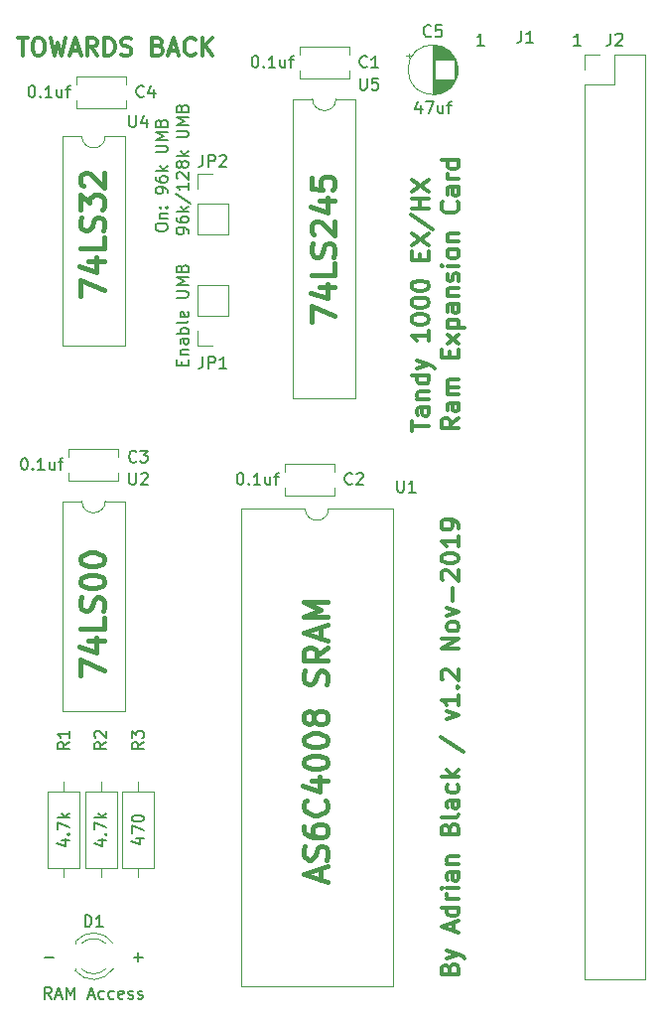
<source format=gto>
G04 #@! TF.GenerationSoftware,KiCad,Pcbnew,(5.1.4)-1*
G04 #@! TF.CreationDate,2019-11-03T13:42:45-08:00*
G04 #@! TF.ProjectId,Tandy 1000 EX Memory Card,54616e64-7920-4313-9030-30204558204d,rev?*
G04 #@! TF.SameCoordinates,Original*
G04 #@! TF.FileFunction,Legend,Top*
G04 #@! TF.FilePolarity,Positive*
%FSLAX46Y46*%
G04 Gerber Fmt 4.6, Leading zero omitted, Abs format (unit mm)*
G04 Created by KiCad (PCBNEW (5.1.4)-1) date 2019-11-03 13:42:45*
%MOMM*%
%LPD*%
G04 APERTURE LIST*
%ADD10C,0.150000*%
%ADD11C,0.400000*%
%ADD12C,0.300000*%
%ADD13C,0.120000*%
G04 APERTURE END LIST*
D10*
X128484380Y-70032000D02*
X128484380Y-69841523D01*
X128532000Y-69746285D01*
X128627238Y-69651047D01*
X128817714Y-69603428D01*
X129151047Y-69603428D01*
X129341523Y-69651047D01*
X129436761Y-69746285D01*
X129484380Y-69841523D01*
X129484380Y-70032000D01*
X129436761Y-70127238D01*
X129341523Y-70222476D01*
X129151047Y-70270095D01*
X128817714Y-70270095D01*
X128627238Y-70222476D01*
X128532000Y-70127238D01*
X128484380Y-70032000D01*
X128817714Y-69174857D02*
X129484380Y-69174857D01*
X128912952Y-69174857D02*
X128865333Y-69127238D01*
X128817714Y-69032000D01*
X128817714Y-68889142D01*
X128865333Y-68793904D01*
X128960571Y-68746285D01*
X129484380Y-68746285D01*
X129389142Y-68270095D02*
X129436761Y-68222476D01*
X129484380Y-68270095D01*
X129436761Y-68317714D01*
X129389142Y-68270095D01*
X129484380Y-68270095D01*
X128865333Y-68270095D02*
X128912952Y-68222476D01*
X128960571Y-68270095D01*
X128912952Y-68317714D01*
X128865333Y-68270095D01*
X128960571Y-68270095D01*
X129484380Y-66984380D02*
X129484380Y-66793904D01*
X129436761Y-66698666D01*
X129389142Y-66651047D01*
X129246285Y-66555809D01*
X129055809Y-66508190D01*
X128674857Y-66508190D01*
X128579619Y-66555809D01*
X128532000Y-66603428D01*
X128484380Y-66698666D01*
X128484380Y-66889142D01*
X128532000Y-66984380D01*
X128579619Y-67032000D01*
X128674857Y-67079619D01*
X128912952Y-67079619D01*
X129008190Y-67032000D01*
X129055809Y-66984380D01*
X129103428Y-66889142D01*
X129103428Y-66698666D01*
X129055809Y-66603428D01*
X129008190Y-66555809D01*
X128912952Y-66508190D01*
X128484380Y-65651047D02*
X128484380Y-65841523D01*
X128532000Y-65936761D01*
X128579619Y-65984380D01*
X128722476Y-66079619D01*
X128912952Y-66127238D01*
X129293904Y-66127238D01*
X129389142Y-66079619D01*
X129436761Y-66032000D01*
X129484380Y-65936761D01*
X129484380Y-65746285D01*
X129436761Y-65651047D01*
X129389142Y-65603428D01*
X129293904Y-65555809D01*
X129055809Y-65555809D01*
X128960571Y-65603428D01*
X128912952Y-65651047D01*
X128865333Y-65746285D01*
X128865333Y-65936761D01*
X128912952Y-66032000D01*
X128960571Y-66079619D01*
X129055809Y-66127238D01*
X129484380Y-65127238D02*
X128484380Y-65127238D01*
X129103428Y-65032000D02*
X129484380Y-64746285D01*
X128817714Y-64746285D02*
X129198666Y-65127238D01*
X128484380Y-63555809D02*
X129293904Y-63555809D01*
X129389142Y-63508190D01*
X129436761Y-63460571D01*
X129484380Y-63365333D01*
X129484380Y-63174857D01*
X129436761Y-63079619D01*
X129389142Y-63032000D01*
X129293904Y-62984380D01*
X128484380Y-62984380D01*
X129484380Y-62508190D02*
X128484380Y-62508190D01*
X129198666Y-62174857D01*
X128484380Y-61841523D01*
X129484380Y-61841523D01*
X128960571Y-61032000D02*
X129008190Y-60889142D01*
X129055809Y-60841523D01*
X129151047Y-60793904D01*
X129293904Y-60793904D01*
X129389142Y-60841523D01*
X129436761Y-60889142D01*
X129484380Y-60984380D01*
X129484380Y-61365333D01*
X128484380Y-61365333D01*
X128484380Y-61032000D01*
X128532000Y-60936761D01*
X128579619Y-60889142D01*
X128674857Y-60841523D01*
X128770095Y-60841523D01*
X128865333Y-60889142D01*
X128912952Y-60936761D01*
X128960571Y-61032000D01*
X128960571Y-61365333D01*
X164750714Y-54427380D02*
X164179285Y-54427380D01*
X164465000Y-54427380D02*
X164465000Y-53427380D01*
X164369761Y-53570238D01*
X164274523Y-53665476D01*
X164179285Y-53713095D01*
X156495714Y-54427380D02*
X155924285Y-54427380D01*
X156210000Y-54427380D02*
X156210000Y-53427380D01*
X156114761Y-53570238D01*
X156019523Y-53665476D01*
X155924285Y-53713095D01*
X126619047Y-132151428D02*
X127380952Y-132151428D01*
X127000000Y-132532380D02*
X127000000Y-131770476D01*
X118999047Y-132151428D02*
X119760952Y-132151428D01*
X135660000Y-90892380D02*
X135755238Y-90892380D01*
X135850476Y-90940000D01*
X135898095Y-90987619D01*
X135945714Y-91082857D01*
X135993333Y-91273333D01*
X135993333Y-91511428D01*
X135945714Y-91701904D01*
X135898095Y-91797142D01*
X135850476Y-91844761D01*
X135755238Y-91892380D01*
X135660000Y-91892380D01*
X135564761Y-91844761D01*
X135517142Y-91797142D01*
X135469523Y-91701904D01*
X135421904Y-91511428D01*
X135421904Y-91273333D01*
X135469523Y-91082857D01*
X135517142Y-90987619D01*
X135564761Y-90940000D01*
X135660000Y-90892380D01*
X136421904Y-91797142D02*
X136469523Y-91844761D01*
X136421904Y-91892380D01*
X136374285Y-91844761D01*
X136421904Y-91797142D01*
X136421904Y-91892380D01*
X137421904Y-91892380D02*
X136850476Y-91892380D01*
X137136190Y-91892380D02*
X137136190Y-90892380D01*
X137040952Y-91035238D01*
X136945714Y-91130476D01*
X136850476Y-91178095D01*
X138279047Y-91225714D02*
X138279047Y-91892380D01*
X137850476Y-91225714D02*
X137850476Y-91749523D01*
X137898095Y-91844761D01*
X137993333Y-91892380D01*
X138136190Y-91892380D01*
X138231428Y-91844761D01*
X138279047Y-91797142D01*
X138612380Y-91225714D02*
X138993333Y-91225714D01*
X138755238Y-91892380D02*
X138755238Y-91035238D01*
X138802857Y-90940000D01*
X138898095Y-90892380D01*
X138993333Y-90892380D01*
X136930000Y-55332380D02*
X137025238Y-55332380D01*
X137120476Y-55380000D01*
X137168095Y-55427619D01*
X137215714Y-55522857D01*
X137263333Y-55713333D01*
X137263333Y-55951428D01*
X137215714Y-56141904D01*
X137168095Y-56237142D01*
X137120476Y-56284761D01*
X137025238Y-56332380D01*
X136930000Y-56332380D01*
X136834761Y-56284761D01*
X136787142Y-56237142D01*
X136739523Y-56141904D01*
X136691904Y-55951428D01*
X136691904Y-55713333D01*
X136739523Y-55522857D01*
X136787142Y-55427619D01*
X136834761Y-55380000D01*
X136930000Y-55332380D01*
X137691904Y-56237142D02*
X137739523Y-56284761D01*
X137691904Y-56332380D01*
X137644285Y-56284761D01*
X137691904Y-56237142D01*
X137691904Y-56332380D01*
X138691904Y-56332380D02*
X138120476Y-56332380D01*
X138406190Y-56332380D02*
X138406190Y-55332380D01*
X138310952Y-55475238D01*
X138215714Y-55570476D01*
X138120476Y-55618095D01*
X139549047Y-55665714D02*
X139549047Y-56332380D01*
X139120476Y-55665714D02*
X139120476Y-56189523D01*
X139168095Y-56284761D01*
X139263333Y-56332380D01*
X139406190Y-56332380D01*
X139501428Y-56284761D01*
X139549047Y-56237142D01*
X139882380Y-55665714D02*
X140263333Y-55665714D01*
X140025238Y-56332380D02*
X140025238Y-55475238D01*
X140072857Y-55380000D01*
X140168095Y-55332380D01*
X140263333Y-55332380D01*
D11*
X122094761Y-75770714D02*
X122094761Y-74437380D01*
X124094761Y-75294523D01*
X122761428Y-72818333D02*
X124094761Y-72818333D01*
X121999523Y-73294523D02*
X123428095Y-73770714D01*
X123428095Y-72532619D01*
X124094761Y-70818333D02*
X124094761Y-71770714D01*
X122094761Y-71770714D01*
X123999523Y-70246904D02*
X124094761Y-69961190D01*
X124094761Y-69485000D01*
X123999523Y-69294523D01*
X123904285Y-69199285D01*
X123713809Y-69104047D01*
X123523333Y-69104047D01*
X123332857Y-69199285D01*
X123237619Y-69294523D01*
X123142380Y-69485000D01*
X123047142Y-69865952D01*
X122951904Y-70056428D01*
X122856666Y-70151666D01*
X122666190Y-70246904D01*
X122475714Y-70246904D01*
X122285238Y-70151666D01*
X122190000Y-70056428D01*
X122094761Y-69865952D01*
X122094761Y-69389761D01*
X122190000Y-69104047D01*
X122094761Y-68437380D02*
X122094761Y-67199285D01*
X122856666Y-67865952D01*
X122856666Y-67580238D01*
X122951904Y-67389761D01*
X123047142Y-67294523D01*
X123237619Y-67199285D01*
X123713809Y-67199285D01*
X123904285Y-67294523D01*
X123999523Y-67389761D01*
X124094761Y-67580238D01*
X124094761Y-68151666D01*
X123999523Y-68342142D01*
X123904285Y-68437380D01*
X122285238Y-66437380D02*
X122190000Y-66342142D01*
X122094761Y-66151666D01*
X122094761Y-65675476D01*
X122190000Y-65485000D01*
X122285238Y-65389761D01*
X122475714Y-65294523D01*
X122666190Y-65294523D01*
X122951904Y-65389761D01*
X124094761Y-66532619D01*
X124094761Y-65294523D01*
X142573333Y-125569761D02*
X142573333Y-124617380D01*
X143144761Y-125760238D02*
X141144761Y-125093571D01*
X143144761Y-124426904D01*
X143049523Y-123855476D02*
X143144761Y-123569761D01*
X143144761Y-123093571D01*
X143049523Y-122903095D01*
X142954285Y-122807857D01*
X142763809Y-122712619D01*
X142573333Y-122712619D01*
X142382857Y-122807857D01*
X142287619Y-122903095D01*
X142192380Y-123093571D01*
X142097142Y-123474523D01*
X142001904Y-123665000D01*
X141906666Y-123760238D01*
X141716190Y-123855476D01*
X141525714Y-123855476D01*
X141335238Y-123760238D01*
X141240000Y-123665000D01*
X141144761Y-123474523D01*
X141144761Y-122998333D01*
X141240000Y-122712619D01*
X141144761Y-120998333D02*
X141144761Y-121379285D01*
X141240000Y-121569761D01*
X141335238Y-121665000D01*
X141620952Y-121855476D01*
X142001904Y-121950714D01*
X142763809Y-121950714D01*
X142954285Y-121855476D01*
X143049523Y-121760238D01*
X143144761Y-121569761D01*
X143144761Y-121188809D01*
X143049523Y-120998333D01*
X142954285Y-120903095D01*
X142763809Y-120807857D01*
X142287619Y-120807857D01*
X142097142Y-120903095D01*
X142001904Y-120998333D01*
X141906666Y-121188809D01*
X141906666Y-121569761D01*
X142001904Y-121760238D01*
X142097142Y-121855476D01*
X142287619Y-121950714D01*
X142954285Y-118807857D02*
X143049523Y-118903095D01*
X143144761Y-119188809D01*
X143144761Y-119379285D01*
X143049523Y-119665000D01*
X142859047Y-119855476D01*
X142668571Y-119950714D01*
X142287619Y-120045952D01*
X142001904Y-120045952D01*
X141620952Y-119950714D01*
X141430476Y-119855476D01*
X141240000Y-119665000D01*
X141144761Y-119379285D01*
X141144761Y-119188809D01*
X141240000Y-118903095D01*
X141335238Y-118807857D01*
X141811428Y-117093571D02*
X143144761Y-117093571D01*
X141049523Y-117569761D02*
X142478095Y-118045952D01*
X142478095Y-116807857D01*
X141144761Y-115665000D02*
X141144761Y-115474523D01*
X141240000Y-115284047D01*
X141335238Y-115188809D01*
X141525714Y-115093571D01*
X141906666Y-114998333D01*
X142382857Y-114998333D01*
X142763809Y-115093571D01*
X142954285Y-115188809D01*
X143049523Y-115284047D01*
X143144761Y-115474523D01*
X143144761Y-115665000D01*
X143049523Y-115855476D01*
X142954285Y-115950714D01*
X142763809Y-116045952D01*
X142382857Y-116141190D01*
X141906666Y-116141190D01*
X141525714Y-116045952D01*
X141335238Y-115950714D01*
X141240000Y-115855476D01*
X141144761Y-115665000D01*
X141144761Y-113760238D02*
X141144761Y-113569761D01*
X141240000Y-113379285D01*
X141335238Y-113284047D01*
X141525714Y-113188809D01*
X141906666Y-113093571D01*
X142382857Y-113093571D01*
X142763809Y-113188809D01*
X142954285Y-113284047D01*
X143049523Y-113379285D01*
X143144761Y-113569761D01*
X143144761Y-113760238D01*
X143049523Y-113950714D01*
X142954285Y-114045952D01*
X142763809Y-114141190D01*
X142382857Y-114236428D01*
X141906666Y-114236428D01*
X141525714Y-114141190D01*
X141335238Y-114045952D01*
X141240000Y-113950714D01*
X141144761Y-113760238D01*
X142001904Y-111950714D02*
X141906666Y-112141190D01*
X141811428Y-112236428D01*
X141620952Y-112331666D01*
X141525714Y-112331666D01*
X141335238Y-112236428D01*
X141240000Y-112141190D01*
X141144761Y-111950714D01*
X141144761Y-111569761D01*
X141240000Y-111379285D01*
X141335238Y-111284047D01*
X141525714Y-111188809D01*
X141620952Y-111188809D01*
X141811428Y-111284047D01*
X141906666Y-111379285D01*
X142001904Y-111569761D01*
X142001904Y-111950714D01*
X142097142Y-112141190D01*
X142192380Y-112236428D01*
X142382857Y-112331666D01*
X142763809Y-112331666D01*
X142954285Y-112236428D01*
X143049523Y-112141190D01*
X143144761Y-111950714D01*
X143144761Y-111569761D01*
X143049523Y-111379285D01*
X142954285Y-111284047D01*
X142763809Y-111188809D01*
X142382857Y-111188809D01*
X142192380Y-111284047D01*
X142097142Y-111379285D01*
X142001904Y-111569761D01*
X143049523Y-108903095D02*
X143144761Y-108617380D01*
X143144761Y-108141190D01*
X143049523Y-107950714D01*
X142954285Y-107855476D01*
X142763809Y-107760238D01*
X142573333Y-107760238D01*
X142382857Y-107855476D01*
X142287619Y-107950714D01*
X142192380Y-108141190D01*
X142097142Y-108522142D01*
X142001904Y-108712619D01*
X141906666Y-108807857D01*
X141716190Y-108903095D01*
X141525714Y-108903095D01*
X141335238Y-108807857D01*
X141240000Y-108712619D01*
X141144761Y-108522142D01*
X141144761Y-108045952D01*
X141240000Y-107760238D01*
X143144761Y-105760238D02*
X142192380Y-106426904D01*
X143144761Y-106903095D02*
X141144761Y-106903095D01*
X141144761Y-106141190D01*
X141240000Y-105950714D01*
X141335238Y-105855476D01*
X141525714Y-105760238D01*
X141811428Y-105760238D01*
X142001904Y-105855476D01*
X142097142Y-105950714D01*
X142192380Y-106141190D01*
X142192380Y-106903095D01*
X142573333Y-104998333D02*
X142573333Y-104045952D01*
X143144761Y-105188809D02*
X141144761Y-104522142D01*
X143144761Y-103855476D01*
X143144761Y-103188809D02*
X141144761Y-103188809D01*
X142573333Y-102522142D01*
X141144761Y-101855476D01*
X143144761Y-101855476D01*
D10*
X117880000Y-57872380D02*
X117975238Y-57872380D01*
X118070476Y-57920000D01*
X118118095Y-57967619D01*
X118165714Y-58062857D01*
X118213333Y-58253333D01*
X118213333Y-58491428D01*
X118165714Y-58681904D01*
X118118095Y-58777142D01*
X118070476Y-58824761D01*
X117975238Y-58872380D01*
X117880000Y-58872380D01*
X117784761Y-58824761D01*
X117737142Y-58777142D01*
X117689523Y-58681904D01*
X117641904Y-58491428D01*
X117641904Y-58253333D01*
X117689523Y-58062857D01*
X117737142Y-57967619D01*
X117784761Y-57920000D01*
X117880000Y-57872380D01*
X118641904Y-58777142D02*
X118689523Y-58824761D01*
X118641904Y-58872380D01*
X118594285Y-58824761D01*
X118641904Y-58777142D01*
X118641904Y-58872380D01*
X119641904Y-58872380D02*
X119070476Y-58872380D01*
X119356190Y-58872380D02*
X119356190Y-57872380D01*
X119260952Y-58015238D01*
X119165714Y-58110476D01*
X119070476Y-58158095D01*
X120499047Y-58205714D02*
X120499047Y-58872380D01*
X120070476Y-58205714D02*
X120070476Y-58729523D01*
X120118095Y-58824761D01*
X120213333Y-58872380D01*
X120356190Y-58872380D01*
X120451428Y-58824761D01*
X120499047Y-58777142D01*
X120832380Y-58205714D02*
X121213333Y-58205714D01*
X120975238Y-58872380D02*
X120975238Y-58015238D01*
X121022857Y-57920000D01*
X121118095Y-57872380D01*
X121213333Y-57872380D01*
X117245000Y-89622380D02*
X117340238Y-89622380D01*
X117435476Y-89670000D01*
X117483095Y-89717619D01*
X117530714Y-89812857D01*
X117578333Y-90003333D01*
X117578333Y-90241428D01*
X117530714Y-90431904D01*
X117483095Y-90527142D01*
X117435476Y-90574761D01*
X117340238Y-90622380D01*
X117245000Y-90622380D01*
X117149761Y-90574761D01*
X117102142Y-90527142D01*
X117054523Y-90431904D01*
X117006904Y-90241428D01*
X117006904Y-90003333D01*
X117054523Y-89812857D01*
X117102142Y-89717619D01*
X117149761Y-89670000D01*
X117245000Y-89622380D01*
X118006904Y-90527142D02*
X118054523Y-90574761D01*
X118006904Y-90622380D01*
X117959285Y-90574761D01*
X118006904Y-90527142D01*
X118006904Y-90622380D01*
X119006904Y-90622380D02*
X118435476Y-90622380D01*
X118721190Y-90622380D02*
X118721190Y-89622380D01*
X118625952Y-89765238D01*
X118530714Y-89860476D01*
X118435476Y-89908095D01*
X119864047Y-89955714D02*
X119864047Y-90622380D01*
X119435476Y-89955714D02*
X119435476Y-90479523D01*
X119483095Y-90574761D01*
X119578333Y-90622380D01*
X119721190Y-90622380D01*
X119816428Y-90574761D01*
X119864047Y-90527142D01*
X120197380Y-89955714D02*
X120578333Y-89955714D01*
X120340238Y-90622380D02*
X120340238Y-89765238D01*
X120387857Y-89670000D01*
X120483095Y-89622380D01*
X120578333Y-89622380D01*
D12*
X153562857Y-133157142D02*
X153634285Y-132942857D01*
X153705714Y-132871428D01*
X153848571Y-132800000D01*
X154062857Y-132800000D01*
X154205714Y-132871428D01*
X154277142Y-132942857D01*
X154348571Y-133085714D01*
X154348571Y-133657142D01*
X152848571Y-133657142D01*
X152848571Y-133157142D01*
X152920000Y-133014285D01*
X152991428Y-132942857D01*
X153134285Y-132871428D01*
X153277142Y-132871428D01*
X153420000Y-132942857D01*
X153491428Y-133014285D01*
X153562857Y-133157142D01*
X153562857Y-133657142D01*
X153348571Y-132300000D02*
X154348571Y-131942857D01*
X153348571Y-131585714D02*
X154348571Y-131942857D01*
X154705714Y-132085714D01*
X154777142Y-132157142D01*
X154848571Y-132300000D01*
X153920000Y-129942857D02*
X153920000Y-129228571D01*
X154348571Y-130085714D02*
X152848571Y-129585714D01*
X154348571Y-129085714D01*
X154348571Y-127942857D02*
X152848571Y-127942857D01*
X154277142Y-127942857D02*
X154348571Y-128085714D01*
X154348571Y-128371428D01*
X154277142Y-128514285D01*
X154205714Y-128585714D01*
X154062857Y-128657142D01*
X153634285Y-128657142D01*
X153491428Y-128585714D01*
X153420000Y-128514285D01*
X153348571Y-128371428D01*
X153348571Y-128085714D01*
X153420000Y-127942857D01*
X154348571Y-127228571D02*
X153348571Y-127228571D01*
X153634285Y-127228571D02*
X153491428Y-127157142D01*
X153420000Y-127085714D01*
X153348571Y-126942857D01*
X153348571Y-126800000D01*
X154348571Y-126300000D02*
X153348571Y-126300000D01*
X152848571Y-126300000D02*
X152920000Y-126371428D01*
X152991428Y-126300000D01*
X152920000Y-126228571D01*
X152848571Y-126300000D01*
X152991428Y-126300000D01*
X154348571Y-124942857D02*
X153562857Y-124942857D01*
X153420000Y-125014285D01*
X153348571Y-125157142D01*
X153348571Y-125442857D01*
X153420000Y-125585714D01*
X154277142Y-124942857D02*
X154348571Y-125085714D01*
X154348571Y-125442857D01*
X154277142Y-125585714D01*
X154134285Y-125657142D01*
X153991428Y-125657142D01*
X153848571Y-125585714D01*
X153777142Y-125442857D01*
X153777142Y-125085714D01*
X153705714Y-124942857D01*
X153348571Y-124228571D02*
X154348571Y-124228571D01*
X153491428Y-124228571D02*
X153420000Y-124157142D01*
X153348571Y-124014285D01*
X153348571Y-123800000D01*
X153420000Y-123657142D01*
X153562857Y-123585714D01*
X154348571Y-123585714D01*
X153562857Y-121228571D02*
X153634285Y-121014285D01*
X153705714Y-120942857D01*
X153848571Y-120871428D01*
X154062857Y-120871428D01*
X154205714Y-120942857D01*
X154277142Y-121014285D01*
X154348571Y-121157142D01*
X154348571Y-121728571D01*
X152848571Y-121728571D01*
X152848571Y-121228571D01*
X152920000Y-121085714D01*
X152991428Y-121014285D01*
X153134285Y-120942857D01*
X153277142Y-120942857D01*
X153420000Y-121014285D01*
X153491428Y-121085714D01*
X153562857Y-121228571D01*
X153562857Y-121728571D01*
X154348571Y-120014285D02*
X154277142Y-120157142D01*
X154134285Y-120228571D01*
X152848571Y-120228571D01*
X154348571Y-118800000D02*
X153562857Y-118800000D01*
X153420000Y-118871428D01*
X153348571Y-119014285D01*
X153348571Y-119300000D01*
X153420000Y-119442857D01*
X154277142Y-118800000D02*
X154348571Y-118942857D01*
X154348571Y-119300000D01*
X154277142Y-119442857D01*
X154134285Y-119514285D01*
X153991428Y-119514285D01*
X153848571Y-119442857D01*
X153777142Y-119300000D01*
X153777142Y-118942857D01*
X153705714Y-118800000D01*
X154277142Y-117442857D02*
X154348571Y-117585714D01*
X154348571Y-117871428D01*
X154277142Y-118014285D01*
X154205714Y-118085714D01*
X154062857Y-118157142D01*
X153634285Y-118157142D01*
X153491428Y-118085714D01*
X153420000Y-118014285D01*
X153348571Y-117871428D01*
X153348571Y-117585714D01*
X153420000Y-117442857D01*
X154348571Y-116800000D02*
X152848571Y-116800000D01*
X153777142Y-116657142D02*
X154348571Y-116228571D01*
X153348571Y-116228571D02*
X153920000Y-116800000D01*
X152777142Y-113371428D02*
X154705714Y-114657142D01*
X153348571Y-111871428D02*
X154348571Y-111514285D01*
X153348571Y-111157142D01*
X154348571Y-109800000D02*
X154348571Y-110657142D01*
X154348571Y-110228571D02*
X152848571Y-110228571D01*
X153062857Y-110371428D01*
X153205714Y-110514285D01*
X153277142Y-110657142D01*
X154205714Y-109157142D02*
X154277142Y-109085714D01*
X154348571Y-109157142D01*
X154277142Y-109228571D01*
X154205714Y-109157142D01*
X154348571Y-109157142D01*
X152991428Y-108514285D02*
X152920000Y-108442857D01*
X152848571Y-108300000D01*
X152848571Y-107942857D01*
X152920000Y-107800000D01*
X152991428Y-107728571D01*
X153134285Y-107657142D01*
X153277142Y-107657142D01*
X153491428Y-107728571D01*
X154348571Y-108585714D01*
X154348571Y-107657142D01*
X154348571Y-105871428D02*
X152848571Y-105871428D01*
X154348571Y-105014285D01*
X152848571Y-105014285D01*
X154348571Y-104085714D02*
X154277142Y-104228571D01*
X154205714Y-104300000D01*
X154062857Y-104371428D01*
X153634285Y-104371428D01*
X153491428Y-104300000D01*
X153420000Y-104228571D01*
X153348571Y-104085714D01*
X153348571Y-103871428D01*
X153420000Y-103728571D01*
X153491428Y-103657142D01*
X153634285Y-103585714D01*
X154062857Y-103585714D01*
X154205714Y-103657142D01*
X154277142Y-103728571D01*
X154348571Y-103871428D01*
X154348571Y-104085714D01*
X153348571Y-103085714D02*
X154348571Y-102728571D01*
X153348571Y-102371428D01*
X153777142Y-101800000D02*
X153777142Y-100657142D01*
X152991428Y-100014285D02*
X152920000Y-99942857D01*
X152848571Y-99800000D01*
X152848571Y-99442857D01*
X152920000Y-99300000D01*
X152991428Y-99228571D01*
X153134285Y-99157142D01*
X153277142Y-99157142D01*
X153491428Y-99228571D01*
X154348571Y-100085714D01*
X154348571Y-99157142D01*
X152848571Y-98228571D02*
X152848571Y-98085714D01*
X152920000Y-97942857D01*
X152991428Y-97871428D01*
X153134285Y-97800000D01*
X153420000Y-97728571D01*
X153777142Y-97728571D01*
X154062857Y-97800000D01*
X154205714Y-97871428D01*
X154277142Y-97942857D01*
X154348571Y-98085714D01*
X154348571Y-98228571D01*
X154277142Y-98371428D01*
X154205714Y-98442857D01*
X154062857Y-98514285D01*
X153777142Y-98585714D01*
X153420000Y-98585714D01*
X153134285Y-98514285D01*
X152991428Y-98442857D01*
X152920000Y-98371428D01*
X152848571Y-98228571D01*
X154348571Y-96300000D02*
X154348571Y-97157142D01*
X154348571Y-96728571D02*
X152848571Y-96728571D01*
X153062857Y-96871428D01*
X153205714Y-97014285D01*
X153277142Y-97157142D01*
X154348571Y-95585714D02*
X154348571Y-95300000D01*
X154277142Y-95157142D01*
X154205714Y-95085714D01*
X153991428Y-94942857D01*
X153705714Y-94871428D01*
X153134285Y-94871428D01*
X152991428Y-94942857D01*
X152920000Y-95014285D01*
X152848571Y-95157142D01*
X152848571Y-95442857D01*
X152920000Y-95585714D01*
X152991428Y-95657142D01*
X153134285Y-95728571D01*
X153491428Y-95728571D01*
X153634285Y-95657142D01*
X153705714Y-95585714D01*
X153777142Y-95442857D01*
X153777142Y-95157142D01*
X153705714Y-95014285D01*
X153634285Y-94942857D01*
X153491428Y-94871428D01*
X150303571Y-87292142D02*
X150303571Y-86435000D01*
X151803571Y-86863571D02*
X150303571Y-86863571D01*
X151803571Y-85292142D02*
X151017857Y-85292142D01*
X150875000Y-85363571D01*
X150803571Y-85506428D01*
X150803571Y-85792142D01*
X150875000Y-85935000D01*
X151732142Y-85292142D02*
X151803571Y-85435000D01*
X151803571Y-85792142D01*
X151732142Y-85935000D01*
X151589285Y-86006428D01*
X151446428Y-86006428D01*
X151303571Y-85935000D01*
X151232142Y-85792142D01*
X151232142Y-85435000D01*
X151160714Y-85292142D01*
X150803571Y-84577857D02*
X151803571Y-84577857D01*
X150946428Y-84577857D02*
X150875000Y-84506428D01*
X150803571Y-84363571D01*
X150803571Y-84149285D01*
X150875000Y-84006428D01*
X151017857Y-83935000D01*
X151803571Y-83935000D01*
X151803571Y-82577857D02*
X150303571Y-82577857D01*
X151732142Y-82577857D02*
X151803571Y-82720714D01*
X151803571Y-83006428D01*
X151732142Y-83149285D01*
X151660714Y-83220714D01*
X151517857Y-83292142D01*
X151089285Y-83292142D01*
X150946428Y-83220714D01*
X150875000Y-83149285D01*
X150803571Y-83006428D01*
X150803571Y-82720714D01*
X150875000Y-82577857D01*
X150803571Y-82006428D02*
X151803571Y-81649285D01*
X150803571Y-81292142D02*
X151803571Y-81649285D01*
X152160714Y-81792142D01*
X152232142Y-81863571D01*
X152303571Y-82006428D01*
X151803571Y-78792142D02*
X151803571Y-79649285D01*
X151803571Y-79220714D02*
X150303571Y-79220714D01*
X150517857Y-79363571D01*
X150660714Y-79506428D01*
X150732142Y-79649285D01*
X150303571Y-77863571D02*
X150303571Y-77720714D01*
X150375000Y-77577857D01*
X150446428Y-77506428D01*
X150589285Y-77435000D01*
X150875000Y-77363571D01*
X151232142Y-77363571D01*
X151517857Y-77435000D01*
X151660714Y-77506428D01*
X151732142Y-77577857D01*
X151803571Y-77720714D01*
X151803571Y-77863571D01*
X151732142Y-78006428D01*
X151660714Y-78077857D01*
X151517857Y-78149285D01*
X151232142Y-78220714D01*
X150875000Y-78220714D01*
X150589285Y-78149285D01*
X150446428Y-78077857D01*
X150375000Y-78006428D01*
X150303571Y-77863571D01*
X150303571Y-76435000D02*
X150303571Y-76292142D01*
X150375000Y-76149285D01*
X150446428Y-76077857D01*
X150589285Y-76006428D01*
X150875000Y-75935000D01*
X151232142Y-75935000D01*
X151517857Y-76006428D01*
X151660714Y-76077857D01*
X151732142Y-76149285D01*
X151803571Y-76292142D01*
X151803571Y-76435000D01*
X151732142Y-76577857D01*
X151660714Y-76649285D01*
X151517857Y-76720714D01*
X151232142Y-76792142D01*
X150875000Y-76792142D01*
X150589285Y-76720714D01*
X150446428Y-76649285D01*
X150375000Y-76577857D01*
X150303571Y-76435000D01*
X150303571Y-75006428D02*
X150303571Y-74863571D01*
X150375000Y-74720714D01*
X150446428Y-74649285D01*
X150589285Y-74577857D01*
X150875000Y-74506428D01*
X151232142Y-74506428D01*
X151517857Y-74577857D01*
X151660714Y-74649285D01*
X151732142Y-74720714D01*
X151803571Y-74863571D01*
X151803571Y-75006428D01*
X151732142Y-75149285D01*
X151660714Y-75220714D01*
X151517857Y-75292142D01*
X151232142Y-75363571D01*
X150875000Y-75363571D01*
X150589285Y-75292142D01*
X150446428Y-75220714D01*
X150375000Y-75149285D01*
X150303571Y-75006428D01*
X151017857Y-72720714D02*
X151017857Y-72220714D01*
X151803571Y-72006428D02*
X151803571Y-72720714D01*
X150303571Y-72720714D01*
X150303571Y-72006428D01*
X150303571Y-71506428D02*
X151803571Y-70506428D01*
X150303571Y-70506428D02*
X151803571Y-71506428D01*
X150232142Y-68863571D02*
X152160714Y-70149285D01*
X151803571Y-68363571D02*
X150303571Y-68363571D01*
X151017857Y-68363571D02*
X151017857Y-67506428D01*
X151803571Y-67506428D02*
X150303571Y-67506428D01*
X150303571Y-66935000D02*
X151803571Y-65935000D01*
X150303571Y-65935000D02*
X151803571Y-66935000D01*
X154353571Y-86220714D02*
X153639285Y-86720714D01*
X154353571Y-87077857D02*
X152853571Y-87077857D01*
X152853571Y-86506428D01*
X152925000Y-86363571D01*
X152996428Y-86292142D01*
X153139285Y-86220714D01*
X153353571Y-86220714D01*
X153496428Y-86292142D01*
X153567857Y-86363571D01*
X153639285Y-86506428D01*
X153639285Y-87077857D01*
X154353571Y-84935000D02*
X153567857Y-84935000D01*
X153425000Y-85006428D01*
X153353571Y-85149285D01*
X153353571Y-85435000D01*
X153425000Y-85577857D01*
X154282142Y-84935000D02*
X154353571Y-85077857D01*
X154353571Y-85435000D01*
X154282142Y-85577857D01*
X154139285Y-85649285D01*
X153996428Y-85649285D01*
X153853571Y-85577857D01*
X153782142Y-85435000D01*
X153782142Y-85077857D01*
X153710714Y-84935000D01*
X154353571Y-84220714D02*
X153353571Y-84220714D01*
X153496428Y-84220714D02*
X153425000Y-84149285D01*
X153353571Y-84006428D01*
X153353571Y-83792142D01*
X153425000Y-83649285D01*
X153567857Y-83577857D01*
X154353571Y-83577857D01*
X153567857Y-83577857D02*
X153425000Y-83506428D01*
X153353571Y-83363571D01*
X153353571Y-83149285D01*
X153425000Y-83006428D01*
X153567857Y-82935000D01*
X154353571Y-82935000D01*
X153567857Y-81077857D02*
X153567857Y-80577857D01*
X154353571Y-80363571D02*
X154353571Y-81077857D01*
X152853571Y-81077857D01*
X152853571Y-80363571D01*
X154353571Y-79863571D02*
X153353571Y-79077857D01*
X153353571Y-79863571D02*
X154353571Y-79077857D01*
X153353571Y-78506428D02*
X154853571Y-78506428D01*
X153425000Y-78506428D02*
X153353571Y-78363571D01*
X153353571Y-78077857D01*
X153425000Y-77935000D01*
X153496428Y-77863571D01*
X153639285Y-77792142D01*
X154067857Y-77792142D01*
X154210714Y-77863571D01*
X154282142Y-77935000D01*
X154353571Y-78077857D01*
X154353571Y-78363571D01*
X154282142Y-78506428D01*
X154353571Y-76506428D02*
X153567857Y-76506428D01*
X153425000Y-76577857D01*
X153353571Y-76720714D01*
X153353571Y-77006428D01*
X153425000Y-77149285D01*
X154282142Y-76506428D02*
X154353571Y-76649285D01*
X154353571Y-77006428D01*
X154282142Y-77149285D01*
X154139285Y-77220714D01*
X153996428Y-77220714D01*
X153853571Y-77149285D01*
X153782142Y-77006428D01*
X153782142Y-76649285D01*
X153710714Y-76506428D01*
X153353571Y-75792142D02*
X154353571Y-75792142D01*
X153496428Y-75792142D02*
X153425000Y-75720714D01*
X153353571Y-75577857D01*
X153353571Y-75363571D01*
X153425000Y-75220714D01*
X153567857Y-75149285D01*
X154353571Y-75149285D01*
X154282142Y-74506428D02*
X154353571Y-74363571D01*
X154353571Y-74077857D01*
X154282142Y-73935000D01*
X154139285Y-73863571D01*
X154067857Y-73863571D01*
X153925000Y-73935000D01*
X153853571Y-74077857D01*
X153853571Y-74292142D01*
X153782142Y-74435000D01*
X153639285Y-74506428D01*
X153567857Y-74506428D01*
X153425000Y-74435000D01*
X153353571Y-74292142D01*
X153353571Y-74077857D01*
X153425000Y-73935000D01*
X154353571Y-73220714D02*
X153353571Y-73220714D01*
X152853571Y-73220714D02*
X152925000Y-73292142D01*
X152996428Y-73220714D01*
X152925000Y-73149285D01*
X152853571Y-73220714D01*
X152996428Y-73220714D01*
X154353571Y-72292142D02*
X154282142Y-72435000D01*
X154210714Y-72506428D01*
X154067857Y-72577857D01*
X153639285Y-72577857D01*
X153496428Y-72506428D01*
X153425000Y-72435000D01*
X153353571Y-72292142D01*
X153353571Y-72077857D01*
X153425000Y-71935000D01*
X153496428Y-71863571D01*
X153639285Y-71792142D01*
X154067857Y-71792142D01*
X154210714Y-71863571D01*
X154282142Y-71935000D01*
X154353571Y-72077857D01*
X154353571Y-72292142D01*
X153353571Y-71149285D02*
X154353571Y-71149285D01*
X153496428Y-71149285D02*
X153425000Y-71077857D01*
X153353571Y-70935000D01*
X153353571Y-70720714D01*
X153425000Y-70577857D01*
X153567857Y-70506428D01*
X154353571Y-70506428D01*
X154210714Y-67792142D02*
X154282142Y-67863571D01*
X154353571Y-68077857D01*
X154353571Y-68220714D01*
X154282142Y-68435000D01*
X154139285Y-68577857D01*
X153996428Y-68649285D01*
X153710714Y-68720714D01*
X153496428Y-68720714D01*
X153210714Y-68649285D01*
X153067857Y-68577857D01*
X152925000Y-68435000D01*
X152853571Y-68220714D01*
X152853571Y-68077857D01*
X152925000Y-67863571D01*
X152996428Y-67792142D01*
X154353571Y-66506428D02*
X153567857Y-66506428D01*
X153425000Y-66577857D01*
X153353571Y-66720714D01*
X153353571Y-67006428D01*
X153425000Y-67149285D01*
X154282142Y-66506428D02*
X154353571Y-66649285D01*
X154353571Y-67006428D01*
X154282142Y-67149285D01*
X154139285Y-67220714D01*
X153996428Y-67220714D01*
X153853571Y-67149285D01*
X153782142Y-67006428D01*
X153782142Y-66649285D01*
X153710714Y-66506428D01*
X154353571Y-65792142D02*
X153353571Y-65792142D01*
X153639285Y-65792142D02*
X153496428Y-65720714D01*
X153425000Y-65649285D01*
X153353571Y-65506428D01*
X153353571Y-65363571D01*
X154353571Y-64220714D02*
X152853571Y-64220714D01*
X154282142Y-64220714D02*
X154353571Y-64363571D01*
X154353571Y-64649285D01*
X154282142Y-64792142D01*
X154210714Y-64863571D01*
X154067857Y-64935000D01*
X153639285Y-64935000D01*
X153496428Y-64863571D01*
X153425000Y-64792142D01*
X153353571Y-64649285D01*
X153353571Y-64363571D01*
X153425000Y-64220714D01*
X116702142Y-53788571D02*
X117559285Y-53788571D01*
X117130714Y-55288571D02*
X117130714Y-53788571D01*
X118345000Y-53788571D02*
X118630714Y-53788571D01*
X118773571Y-53860000D01*
X118916428Y-54002857D01*
X118987857Y-54288571D01*
X118987857Y-54788571D01*
X118916428Y-55074285D01*
X118773571Y-55217142D01*
X118630714Y-55288571D01*
X118345000Y-55288571D01*
X118202142Y-55217142D01*
X118059285Y-55074285D01*
X117987857Y-54788571D01*
X117987857Y-54288571D01*
X118059285Y-54002857D01*
X118202142Y-53860000D01*
X118345000Y-53788571D01*
X119487857Y-53788571D02*
X119845000Y-55288571D01*
X120130714Y-54217142D01*
X120416428Y-55288571D01*
X120773571Y-53788571D01*
X121273571Y-54860000D02*
X121987857Y-54860000D01*
X121130714Y-55288571D02*
X121630714Y-53788571D01*
X122130714Y-55288571D01*
X123487857Y-55288571D02*
X122987857Y-54574285D01*
X122630714Y-55288571D02*
X122630714Y-53788571D01*
X123202142Y-53788571D01*
X123345000Y-53860000D01*
X123416428Y-53931428D01*
X123487857Y-54074285D01*
X123487857Y-54288571D01*
X123416428Y-54431428D01*
X123345000Y-54502857D01*
X123202142Y-54574285D01*
X122630714Y-54574285D01*
X124130714Y-55288571D02*
X124130714Y-53788571D01*
X124487857Y-53788571D01*
X124702142Y-53860000D01*
X124845000Y-54002857D01*
X124916428Y-54145714D01*
X124987857Y-54431428D01*
X124987857Y-54645714D01*
X124916428Y-54931428D01*
X124845000Y-55074285D01*
X124702142Y-55217142D01*
X124487857Y-55288571D01*
X124130714Y-55288571D01*
X125559285Y-55217142D02*
X125773571Y-55288571D01*
X126130714Y-55288571D01*
X126273571Y-55217142D01*
X126345000Y-55145714D01*
X126416428Y-55002857D01*
X126416428Y-54860000D01*
X126345000Y-54717142D01*
X126273571Y-54645714D01*
X126130714Y-54574285D01*
X125845000Y-54502857D01*
X125702142Y-54431428D01*
X125630714Y-54360000D01*
X125559285Y-54217142D01*
X125559285Y-54074285D01*
X125630714Y-53931428D01*
X125702142Y-53860000D01*
X125845000Y-53788571D01*
X126202142Y-53788571D01*
X126416428Y-53860000D01*
X128702142Y-54502857D02*
X128916428Y-54574285D01*
X128987857Y-54645714D01*
X129059285Y-54788571D01*
X129059285Y-55002857D01*
X128987857Y-55145714D01*
X128916428Y-55217142D01*
X128773571Y-55288571D01*
X128202142Y-55288571D01*
X128202142Y-53788571D01*
X128702142Y-53788571D01*
X128845000Y-53860000D01*
X128916428Y-53931428D01*
X128987857Y-54074285D01*
X128987857Y-54217142D01*
X128916428Y-54360000D01*
X128845000Y-54431428D01*
X128702142Y-54502857D01*
X128202142Y-54502857D01*
X129630714Y-54860000D02*
X130345000Y-54860000D01*
X129487857Y-55288571D02*
X129987857Y-53788571D01*
X130487857Y-55288571D01*
X131845000Y-55145714D02*
X131773571Y-55217142D01*
X131559285Y-55288571D01*
X131416428Y-55288571D01*
X131202142Y-55217142D01*
X131059285Y-55074285D01*
X130987857Y-54931428D01*
X130916428Y-54645714D01*
X130916428Y-54431428D01*
X130987857Y-54145714D01*
X131059285Y-54002857D01*
X131202142Y-53860000D01*
X131416428Y-53788571D01*
X131559285Y-53788571D01*
X131773571Y-53860000D01*
X131845000Y-53931428D01*
X132487857Y-55288571D02*
X132487857Y-53788571D01*
X133345000Y-55288571D02*
X132702142Y-54431428D01*
X133345000Y-53788571D02*
X132487857Y-54645714D01*
D13*
X127000000Y-125325000D02*
X127000000Y-124555000D01*
X127000000Y-117245000D02*
X127000000Y-118015000D01*
X128370000Y-124555000D02*
X128370000Y-118015000D01*
X125630000Y-124555000D02*
X128370000Y-124555000D01*
X125630000Y-118015000D02*
X125630000Y-124555000D01*
X128370000Y-118015000D02*
X125630000Y-118015000D01*
X123825000Y-125325000D02*
X123825000Y-124555000D01*
X123825000Y-117245000D02*
X123825000Y-118015000D01*
X125195000Y-124555000D02*
X125195000Y-118015000D01*
X122455000Y-124555000D02*
X125195000Y-124555000D01*
X122455000Y-118015000D02*
X122455000Y-124555000D01*
X125195000Y-118015000D02*
X122455000Y-118015000D01*
X120650000Y-125325000D02*
X120650000Y-124555000D01*
X120650000Y-117245000D02*
X120650000Y-118015000D01*
X122020000Y-124555000D02*
X122020000Y-118015000D01*
X119280000Y-124555000D02*
X122020000Y-124555000D01*
X119280000Y-118015000D02*
X119280000Y-124555000D01*
X122020000Y-118015000D02*
X119280000Y-118015000D01*
X133350000Y-80070000D02*
X132020000Y-80070000D01*
X132020000Y-80070000D02*
X132020000Y-78740000D01*
X132020000Y-77470000D02*
X132020000Y-74870000D01*
X134680000Y-74870000D02*
X132020000Y-74870000D01*
X134680000Y-77470000D02*
X134680000Y-74870000D01*
X134680000Y-77470000D02*
X132020000Y-77470000D01*
X132020000Y-65345000D02*
X133350000Y-65345000D01*
X132020000Y-66675000D02*
X132020000Y-65345000D01*
X132020000Y-67945000D02*
X134680000Y-67945000D01*
X134680000Y-67945000D02*
X134680000Y-70545000D01*
X132020000Y-67945000D02*
X132020000Y-70545000D01*
X132020000Y-70545000D02*
X134680000Y-70545000D01*
X165040000Y-55185000D02*
X166370000Y-55185000D01*
X165040000Y-56515000D02*
X165040000Y-55185000D01*
X167640000Y-55185000D02*
X170240000Y-55185000D01*
X167640000Y-57785000D02*
X167640000Y-55185000D01*
X165040000Y-57785000D02*
X167640000Y-57785000D01*
X170240000Y-55185000D02*
X170240000Y-134045000D01*
X165040000Y-57785000D02*
X165040000Y-134045000D01*
X165040000Y-134045000D02*
X170240000Y-134045000D01*
X145525000Y-58995000D02*
X143875000Y-58995000D01*
X145525000Y-84515000D02*
X145525000Y-58995000D01*
X140225000Y-84515000D02*
X145525000Y-84515000D01*
X140225000Y-58995000D02*
X140225000Y-84515000D01*
X141875000Y-58995000D02*
X140225000Y-58995000D01*
X143875000Y-58995000D02*
G75*
G02X141875000Y-58995000I-1000000J0D01*
G01*
X125840000Y-62170000D02*
X124190000Y-62170000D01*
X125840000Y-80070000D02*
X125840000Y-62170000D01*
X120540000Y-80070000D02*
X125840000Y-80070000D01*
X120540000Y-62170000D02*
X120540000Y-80070000D01*
X122190000Y-62170000D02*
X120540000Y-62170000D01*
X124190000Y-62170000D02*
G75*
G02X122190000Y-62170000I-1000000J0D01*
G01*
X125840000Y-93285000D02*
X124190000Y-93285000D01*
X125840000Y-111185000D02*
X125840000Y-93285000D01*
X120540000Y-111185000D02*
X125840000Y-111185000D01*
X120540000Y-93285000D02*
X120540000Y-111185000D01*
X122190000Y-93285000D02*
X120540000Y-93285000D01*
X124190000Y-93285000D02*
G75*
G02X122190000Y-93285000I-1000000J0D01*
G01*
X121630000Y-133160000D02*
X121630000Y-133316000D01*
X121630000Y-130844000D02*
X121630000Y-131000000D01*
X124231130Y-133159837D02*
G75*
G02X122149039Y-133160000I-1041130J1079837D01*
G01*
X124231130Y-131000163D02*
G75*
G03X122149039Y-131000000I-1041130J-1079837D01*
G01*
X124862335Y-133158608D02*
G75*
G02X121630000Y-133315516I-1672335J1078608D01*
G01*
X124862335Y-131001392D02*
G75*
G03X121630000Y-130844484I-1672335J-1078608D01*
G01*
X150060199Y-55120000D02*
X150060199Y-55520000D01*
X149860199Y-55320000D02*
X150260199Y-55320000D01*
X154211000Y-56145000D02*
X154211000Y-56885000D01*
X154171000Y-55978000D02*
X154171000Y-57052000D01*
X154131000Y-55851000D02*
X154131000Y-57179000D01*
X154091000Y-55747000D02*
X154091000Y-57283000D01*
X154051000Y-55656000D02*
X154051000Y-57374000D01*
X154011000Y-55575000D02*
X154011000Y-57455000D01*
X153971000Y-55502000D02*
X153971000Y-57528000D01*
X153931000Y-57355000D02*
X153931000Y-57595000D01*
X153931000Y-55435000D02*
X153931000Y-55675000D01*
X153891000Y-57355000D02*
X153891000Y-57657000D01*
X153891000Y-55373000D02*
X153891000Y-55675000D01*
X153851000Y-57355000D02*
X153851000Y-57715000D01*
X153851000Y-55315000D02*
X153851000Y-55675000D01*
X153811000Y-57355000D02*
X153811000Y-57769000D01*
X153811000Y-55261000D02*
X153811000Y-55675000D01*
X153771000Y-57355000D02*
X153771000Y-57819000D01*
X153771000Y-55211000D02*
X153771000Y-55675000D01*
X153731000Y-57355000D02*
X153731000Y-57866000D01*
X153731000Y-55164000D02*
X153731000Y-55675000D01*
X153691000Y-57355000D02*
X153691000Y-57911000D01*
X153691000Y-55119000D02*
X153691000Y-55675000D01*
X153651000Y-57355000D02*
X153651000Y-57953000D01*
X153651000Y-55077000D02*
X153651000Y-55675000D01*
X153611000Y-57355000D02*
X153611000Y-57993000D01*
X153611000Y-55037000D02*
X153611000Y-55675000D01*
X153571000Y-57355000D02*
X153571000Y-58031000D01*
X153571000Y-54999000D02*
X153571000Y-55675000D01*
X153531000Y-57355000D02*
X153531000Y-58067000D01*
X153531000Y-54963000D02*
X153531000Y-55675000D01*
X153491000Y-57355000D02*
X153491000Y-58102000D01*
X153491000Y-54928000D02*
X153491000Y-55675000D01*
X153451000Y-57355000D02*
X153451000Y-58134000D01*
X153451000Y-54896000D02*
X153451000Y-55675000D01*
X153411000Y-57355000D02*
X153411000Y-58165000D01*
X153411000Y-54865000D02*
X153411000Y-55675000D01*
X153371000Y-57355000D02*
X153371000Y-58195000D01*
X153371000Y-54835000D02*
X153371000Y-55675000D01*
X153331000Y-57355000D02*
X153331000Y-58223000D01*
X153331000Y-54807000D02*
X153331000Y-55675000D01*
X153291000Y-57355000D02*
X153291000Y-58250000D01*
X153291000Y-54780000D02*
X153291000Y-55675000D01*
X153251000Y-57355000D02*
X153251000Y-58275000D01*
X153251000Y-54755000D02*
X153251000Y-55675000D01*
X153211000Y-57355000D02*
X153211000Y-58300000D01*
X153211000Y-54730000D02*
X153211000Y-55675000D01*
X153171000Y-57355000D02*
X153171000Y-58323000D01*
X153171000Y-54707000D02*
X153171000Y-55675000D01*
X153131000Y-57355000D02*
X153131000Y-58345000D01*
X153131000Y-54685000D02*
X153131000Y-55675000D01*
X153091000Y-57355000D02*
X153091000Y-58366000D01*
X153091000Y-54664000D02*
X153091000Y-55675000D01*
X153051000Y-57355000D02*
X153051000Y-58385000D01*
X153051000Y-54645000D02*
X153051000Y-55675000D01*
X153011000Y-57355000D02*
X153011000Y-58404000D01*
X153011000Y-54626000D02*
X153011000Y-55675000D01*
X152971000Y-57355000D02*
X152971000Y-58422000D01*
X152971000Y-54608000D02*
X152971000Y-55675000D01*
X152931000Y-57355000D02*
X152931000Y-58439000D01*
X152931000Y-54591000D02*
X152931000Y-55675000D01*
X152891000Y-57355000D02*
X152891000Y-58455000D01*
X152891000Y-54575000D02*
X152891000Y-55675000D01*
X152851000Y-57355000D02*
X152851000Y-58469000D01*
X152851000Y-54561000D02*
X152851000Y-55675000D01*
X152810000Y-57355000D02*
X152810000Y-58483000D01*
X152810000Y-54547000D02*
X152810000Y-55675000D01*
X152770000Y-57355000D02*
X152770000Y-58497000D01*
X152770000Y-54533000D02*
X152770000Y-55675000D01*
X152730000Y-57355000D02*
X152730000Y-58509000D01*
X152730000Y-54521000D02*
X152730000Y-55675000D01*
X152690000Y-57355000D02*
X152690000Y-58520000D01*
X152690000Y-54510000D02*
X152690000Y-55675000D01*
X152650000Y-57355000D02*
X152650000Y-58531000D01*
X152650000Y-54499000D02*
X152650000Y-55675000D01*
X152610000Y-57355000D02*
X152610000Y-58540000D01*
X152610000Y-54490000D02*
X152610000Y-55675000D01*
X152570000Y-57355000D02*
X152570000Y-58549000D01*
X152570000Y-54481000D02*
X152570000Y-55675000D01*
X152530000Y-57355000D02*
X152530000Y-58557000D01*
X152530000Y-54473000D02*
X152530000Y-55675000D01*
X152490000Y-57355000D02*
X152490000Y-58565000D01*
X152490000Y-54465000D02*
X152490000Y-55675000D01*
X152450000Y-57355000D02*
X152450000Y-58571000D01*
X152450000Y-54459000D02*
X152450000Y-55675000D01*
X152410000Y-57355000D02*
X152410000Y-58577000D01*
X152410000Y-54453000D02*
X152410000Y-55675000D01*
X152370000Y-57355000D02*
X152370000Y-58582000D01*
X152370000Y-54448000D02*
X152370000Y-55675000D01*
X152330000Y-57355000D02*
X152330000Y-58586000D01*
X152330000Y-54444000D02*
X152330000Y-55675000D01*
X152290000Y-54441000D02*
X152290000Y-58589000D01*
X152250000Y-54438000D02*
X152250000Y-58592000D01*
X152210000Y-54436000D02*
X152210000Y-58594000D01*
X152170000Y-54435000D02*
X152170000Y-58595000D01*
X152130000Y-54435000D02*
X152130000Y-58595000D01*
X154250000Y-56515000D02*
G75*
G03X154250000Y-56515000I-2120000J0D01*
G01*
X125925000Y-59085000D02*
X125925000Y-59790000D01*
X125925000Y-57050000D02*
X125925000Y-57755000D01*
X121685000Y-59085000D02*
X121685000Y-59790000D01*
X121685000Y-57050000D02*
X121685000Y-57755000D01*
X121685000Y-59790000D02*
X125925000Y-59790000D01*
X121685000Y-57050000D02*
X125925000Y-57050000D01*
X143705000Y-92105000D02*
X143705000Y-92810000D01*
X143705000Y-90070000D02*
X143705000Y-90775000D01*
X139465000Y-92105000D02*
X139465000Y-92810000D01*
X139465000Y-90070000D02*
X139465000Y-90775000D01*
X139465000Y-92810000D02*
X143705000Y-92810000D01*
X139465000Y-90070000D02*
X143705000Y-90070000D01*
X144975000Y-56545000D02*
X144975000Y-57250000D01*
X144975000Y-54510000D02*
X144975000Y-55215000D01*
X140735000Y-56545000D02*
X140735000Y-57250000D01*
X140735000Y-54510000D02*
X140735000Y-55215000D01*
X140735000Y-57250000D02*
X144975000Y-57250000D01*
X140735000Y-54510000D02*
X144975000Y-54510000D01*
X121050000Y-88800000D02*
X125290000Y-88800000D01*
X121050000Y-91540000D02*
X125290000Y-91540000D01*
X121050000Y-88800000D02*
X121050000Y-89505000D01*
X121050000Y-90835000D02*
X121050000Y-91540000D01*
X125290000Y-88800000D02*
X125290000Y-89505000D01*
X125290000Y-90835000D02*
X125290000Y-91540000D01*
X143240000Y-93920000D02*
G75*
G02X141240000Y-93920000I-1000000J0D01*
G01*
X141240000Y-93920000D02*
X135780000Y-93920000D01*
X135780000Y-93920000D02*
X135780000Y-134680000D01*
X135780000Y-134680000D02*
X148700000Y-134680000D01*
X148700000Y-134680000D02*
X148700000Y-93920000D01*
X148700000Y-93920000D02*
X143240000Y-93920000D01*
D10*
X127452380Y-113831666D02*
X126976190Y-114165000D01*
X127452380Y-114403095D02*
X126452380Y-114403095D01*
X126452380Y-114022142D01*
X126500000Y-113926904D01*
X126547619Y-113879285D01*
X126642857Y-113831666D01*
X126785714Y-113831666D01*
X126880952Y-113879285D01*
X126928571Y-113926904D01*
X126976190Y-114022142D01*
X126976190Y-114403095D01*
X126452380Y-113498333D02*
X126452380Y-112879285D01*
X126833333Y-113212619D01*
X126833333Y-113069761D01*
X126880952Y-112974523D01*
X126928571Y-112926904D01*
X127023809Y-112879285D01*
X127261904Y-112879285D01*
X127357142Y-112926904D01*
X127404761Y-112974523D01*
X127452380Y-113069761D01*
X127452380Y-113355476D01*
X127404761Y-113450714D01*
X127357142Y-113498333D01*
X126785714Y-122046904D02*
X127452380Y-122046904D01*
X126404761Y-122285000D02*
X127119047Y-122523095D01*
X127119047Y-121904047D01*
X126452380Y-121618333D02*
X126452380Y-120951666D01*
X127452380Y-121380238D01*
X126452380Y-120380238D02*
X126452380Y-120285000D01*
X126500000Y-120189761D01*
X126547619Y-120142142D01*
X126642857Y-120094523D01*
X126833333Y-120046904D01*
X127071428Y-120046904D01*
X127261904Y-120094523D01*
X127357142Y-120142142D01*
X127404761Y-120189761D01*
X127452380Y-120285000D01*
X127452380Y-120380238D01*
X127404761Y-120475476D01*
X127357142Y-120523095D01*
X127261904Y-120570714D01*
X127071428Y-120618333D01*
X126833333Y-120618333D01*
X126642857Y-120570714D01*
X126547619Y-120523095D01*
X126500000Y-120475476D01*
X126452380Y-120380238D01*
X124277380Y-113831666D02*
X123801190Y-114165000D01*
X124277380Y-114403095D02*
X123277380Y-114403095D01*
X123277380Y-114022142D01*
X123325000Y-113926904D01*
X123372619Y-113879285D01*
X123467857Y-113831666D01*
X123610714Y-113831666D01*
X123705952Y-113879285D01*
X123753571Y-113926904D01*
X123801190Y-114022142D01*
X123801190Y-114403095D01*
X123372619Y-113450714D02*
X123325000Y-113403095D01*
X123277380Y-113307857D01*
X123277380Y-113069761D01*
X123325000Y-112974523D01*
X123372619Y-112926904D01*
X123467857Y-112879285D01*
X123563095Y-112879285D01*
X123705952Y-112926904D01*
X124277380Y-113498333D01*
X124277380Y-112879285D01*
X123610714Y-122213571D02*
X124277380Y-122213571D01*
X123229761Y-122451666D02*
X123944047Y-122689761D01*
X123944047Y-122070714D01*
X124182142Y-121689761D02*
X124229761Y-121642142D01*
X124277380Y-121689761D01*
X124229761Y-121737380D01*
X124182142Y-121689761D01*
X124277380Y-121689761D01*
X123277380Y-121308809D02*
X123277380Y-120642142D01*
X124277380Y-121070714D01*
X124277380Y-120261190D02*
X123277380Y-120261190D01*
X123896428Y-120165952D02*
X124277380Y-119880238D01*
X123610714Y-119880238D02*
X123991666Y-120261190D01*
X121102380Y-113831666D02*
X120626190Y-114165000D01*
X121102380Y-114403095D02*
X120102380Y-114403095D01*
X120102380Y-114022142D01*
X120150000Y-113926904D01*
X120197619Y-113879285D01*
X120292857Y-113831666D01*
X120435714Y-113831666D01*
X120530952Y-113879285D01*
X120578571Y-113926904D01*
X120626190Y-114022142D01*
X120626190Y-114403095D01*
X121102380Y-112879285D02*
X121102380Y-113450714D01*
X121102380Y-113165000D02*
X120102380Y-113165000D01*
X120245238Y-113260238D01*
X120340476Y-113355476D01*
X120388095Y-113450714D01*
X120435714Y-122213571D02*
X121102380Y-122213571D01*
X120054761Y-122451666D02*
X120769047Y-122689761D01*
X120769047Y-122070714D01*
X121007142Y-121689761D02*
X121054761Y-121642142D01*
X121102380Y-121689761D01*
X121054761Y-121737380D01*
X121007142Y-121689761D01*
X121102380Y-121689761D01*
X120102380Y-121308809D02*
X120102380Y-120642142D01*
X121102380Y-121070714D01*
X121102380Y-120261190D02*
X120102380Y-120261190D01*
X120721428Y-120165952D02*
X121102380Y-119880238D01*
X120435714Y-119880238D02*
X120816666Y-120261190D01*
X132516666Y-80962380D02*
X132516666Y-81676666D01*
X132469047Y-81819523D01*
X132373809Y-81914761D01*
X132230952Y-81962380D01*
X132135714Y-81962380D01*
X132992857Y-81962380D02*
X132992857Y-80962380D01*
X133373809Y-80962380D01*
X133469047Y-81010000D01*
X133516666Y-81057619D01*
X133564285Y-81152857D01*
X133564285Y-81295714D01*
X133516666Y-81390952D01*
X133469047Y-81438571D01*
X133373809Y-81486190D01*
X132992857Y-81486190D01*
X134516666Y-81962380D02*
X133945238Y-81962380D01*
X134230952Y-81962380D02*
X134230952Y-80962380D01*
X134135714Y-81105238D01*
X134040476Y-81200476D01*
X133945238Y-81248095D01*
X130738571Y-81708095D02*
X130738571Y-81374761D01*
X131262380Y-81231904D02*
X131262380Y-81708095D01*
X130262380Y-81708095D01*
X130262380Y-81231904D01*
X130595714Y-80803333D02*
X131262380Y-80803333D01*
X130690952Y-80803333D02*
X130643333Y-80755714D01*
X130595714Y-80660476D01*
X130595714Y-80517619D01*
X130643333Y-80422380D01*
X130738571Y-80374761D01*
X131262380Y-80374761D01*
X131262380Y-79470000D02*
X130738571Y-79470000D01*
X130643333Y-79517619D01*
X130595714Y-79612857D01*
X130595714Y-79803333D01*
X130643333Y-79898571D01*
X131214761Y-79470000D02*
X131262380Y-79565238D01*
X131262380Y-79803333D01*
X131214761Y-79898571D01*
X131119523Y-79946190D01*
X131024285Y-79946190D01*
X130929047Y-79898571D01*
X130881428Y-79803333D01*
X130881428Y-79565238D01*
X130833809Y-79470000D01*
X131262380Y-78993809D02*
X130262380Y-78993809D01*
X130643333Y-78993809D02*
X130595714Y-78898571D01*
X130595714Y-78708095D01*
X130643333Y-78612857D01*
X130690952Y-78565238D01*
X130786190Y-78517619D01*
X131071904Y-78517619D01*
X131167142Y-78565238D01*
X131214761Y-78612857D01*
X131262380Y-78708095D01*
X131262380Y-78898571D01*
X131214761Y-78993809D01*
X131262380Y-77946190D02*
X131214761Y-78041428D01*
X131119523Y-78089047D01*
X130262380Y-78089047D01*
X131214761Y-77184285D02*
X131262380Y-77279523D01*
X131262380Y-77470000D01*
X131214761Y-77565238D01*
X131119523Y-77612857D01*
X130738571Y-77612857D01*
X130643333Y-77565238D01*
X130595714Y-77470000D01*
X130595714Y-77279523D01*
X130643333Y-77184285D01*
X130738571Y-77136666D01*
X130833809Y-77136666D01*
X130929047Y-77612857D01*
X130262380Y-75946190D02*
X131071904Y-75946190D01*
X131167142Y-75898571D01*
X131214761Y-75850952D01*
X131262380Y-75755714D01*
X131262380Y-75565238D01*
X131214761Y-75470000D01*
X131167142Y-75422380D01*
X131071904Y-75374761D01*
X130262380Y-75374761D01*
X131262380Y-74898571D02*
X130262380Y-74898571D01*
X130976666Y-74565238D01*
X130262380Y-74231904D01*
X131262380Y-74231904D01*
X130738571Y-73422380D02*
X130786190Y-73279523D01*
X130833809Y-73231904D01*
X130929047Y-73184285D01*
X131071904Y-73184285D01*
X131167142Y-73231904D01*
X131214761Y-73279523D01*
X131262380Y-73374761D01*
X131262380Y-73755714D01*
X130262380Y-73755714D01*
X130262380Y-73422380D01*
X130310000Y-73327142D01*
X130357619Y-73279523D01*
X130452857Y-73231904D01*
X130548095Y-73231904D01*
X130643333Y-73279523D01*
X130690952Y-73327142D01*
X130738571Y-73422380D01*
X130738571Y-73755714D01*
X132516666Y-63797380D02*
X132516666Y-64511666D01*
X132469047Y-64654523D01*
X132373809Y-64749761D01*
X132230952Y-64797380D01*
X132135714Y-64797380D01*
X132992857Y-64797380D02*
X132992857Y-63797380D01*
X133373809Y-63797380D01*
X133469047Y-63845000D01*
X133516666Y-63892619D01*
X133564285Y-63987857D01*
X133564285Y-64130714D01*
X133516666Y-64225952D01*
X133469047Y-64273571D01*
X133373809Y-64321190D01*
X132992857Y-64321190D01*
X133945238Y-63892619D02*
X133992857Y-63845000D01*
X134088095Y-63797380D01*
X134326190Y-63797380D01*
X134421428Y-63845000D01*
X134469047Y-63892619D01*
X134516666Y-63987857D01*
X134516666Y-64083095D01*
X134469047Y-64225952D01*
X133897619Y-64797380D01*
X134516666Y-64797380D01*
X131262380Y-70428761D02*
X131262380Y-70238285D01*
X131214761Y-70143047D01*
X131167142Y-70095428D01*
X131024285Y-70000190D01*
X130833809Y-69952571D01*
X130452857Y-69952571D01*
X130357619Y-70000190D01*
X130310000Y-70047809D01*
X130262380Y-70143047D01*
X130262380Y-70333523D01*
X130310000Y-70428761D01*
X130357619Y-70476380D01*
X130452857Y-70524000D01*
X130690952Y-70524000D01*
X130786190Y-70476380D01*
X130833809Y-70428761D01*
X130881428Y-70333523D01*
X130881428Y-70143047D01*
X130833809Y-70047809D01*
X130786190Y-70000190D01*
X130690952Y-69952571D01*
X130262380Y-69095428D02*
X130262380Y-69285904D01*
X130310000Y-69381142D01*
X130357619Y-69428761D01*
X130500476Y-69524000D01*
X130690952Y-69571619D01*
X131071904Y-69571619D01*
X131167142Y-69524000D01*
X131214761Y-69476380D01*
X131262380Y-69381142D01*
X131262380Y-69190666D01*
X131214761Y-69095428D01*
X131167142Y-69047809D01*
X131071904Y-69000190D01*
X130833809Y-69000190D01*
X130738571Y-69047809D01*
X130690952Y-69095428D01*
X130643333Y-69190666D01*
X130643333Y-69381142D01*
X130690952Y-69476380D01*
X130738571Y-69524000D01*
X130833809Y-69571619D01*
X131262380Y-68571619D02*
X130262380Y-68571619D01*
X130881428Y-68476380D02*
X131262380Y-68190666D01*
X130595714Y-68190666D02*
X130976666Y-68571619D01*
X130214761Y-67047809D02*
X131500476Y-67904952D01*
X131262380Y-66190666D02*
X131262380Y-66762095D01*
X131262380Y-66476380D02*
X130262380Y-66476380D01*
X130405238Y-66571619D01*
X130500476Y-66666857D01*
X130548095Y-66762095D01*
X130357619Y-65809714D02*
X130310000Y-65762095D01*
X130262380Y-65666857D01*
X130262380Y-65428761D01*
X130310000Y-65333523D01*
X130357619Y-65285904D01*
X130452857Y-65238285D01*
X130548095Y-65238285D01*
X130690952Y-65285904D01*
X131262380Y-65857333D01*
X131262380Y-65238285D01*
X130690952Y-64666857D02*
X130643333Y-64762095D01*
X130595714Y-64809714D01*
X130500476Y-64857333D01*
X130452857Y-64857333D01*
X130357619Y-64809714D01*
X130310000Y-64762095D01*
X130262380Y-64666857D01*
X130262380Y-64476380D01*
X130310000Y-64381142D01*
X130357619Y-64333523D01*
X130452857Y-64285904D01*
X130500476Y-64285904D01*
X130595714Y-64333523D01*
X130643333Y-64381142D01*
X130690952Y-64476380D01*
X130690952Y-64666857D01*
X130738571Y-64762095D01*
X130786190Y-64809714D01*
X130881428Y-64857333D01*
X131071904Y-64857333D01*
X131167142Y-64809714D01*
X131214761Y-64762095D01*
X131262380Y-64666857D01*
X131262380Y-64476380D01*
X131214761Y-64381142D01*
X131167142Y-64333523D01*
X131071904Y-64285904D01*
X130881428Y-64285904D01*
X130786190Y-64333523D01*
X130738571Y-64381142D01*
X130690952Y-64476380D01*
X131262380Y-63857333D02*
X130262380Y-63857333D01*
X130881428Y-63762095D02*
X131262380Y-63476380D01*
X130595714Y-63476380D02*
X130976666Y-63857333D01*
X130262380Y-62285904D02*
X131071904Y-62285904D01*
X131167142Y-62238285D01*
X131214761Y-62190666D01*
X131262380Y-62095428D01*
X131262380Y-61904952D01*
X131214761Y-61809714D01*
X131167142Y-61762095D01*
X131071904Y-61714476D01*
X130262380Y-61714476D01*
X131262380Y-61238285D02*
X130262380Y-61238285D01*
X130976666Y-60904952D01*
X130262380Y-60571619D01*
X131262380Y-60571619D01*
X130738571Y-59762095D02*
X130786190Y-59619238D01*
X130833809Y-59571619D01*
X130929047Y-59524000D01*
X131071904Y-59524000D01*
X131167142Y-59571619D01*
X131214761Y-59619238D01*
X131262380Y-59714476D01*
X131262380Y-60095428D01*
X130262380Y-60095428D01*
X130262380Y-59762095D01*
X130310000Y-59666857D01*
X130357619Y-59619238D01*
X130452857Y-59571619D01*
X130548095Y-59571619D01*
X130643333Y-59619238D01*
X130690952Y-59666857D01*
X130738571Y-59762095D01*
X130738571Y-60095428D01*
X167306666Y-53427380D02*
X167306666Y-54141666D01*
X167259047Y-54284523D01*
X167163809Y-54379761D01*
X167020952Y-54427380D01*
X166925714Y-54427380D01*
X167735238Y-53522619D02*
X167782857Y-53475000D01*
X167878095Y-53427380D01*
X168116190Y-53427380D01*
X168211428Y-53475000D01*
X168259047Y-53522619D01*
X168306666Y-53617857D01*
X168306666Y-53713095D01*
X168259047Y-53855952D01*
X167687619Y-54427380D01*
X168306666Y-54427380D01*
X145923095Y-57237380D02*
X145923095Y-58046904D01*
X145970714Y-58142142D01*
X146018333Y-58189761D01*
X146113571Y-58237380D01*
X146304047Y-58237380D01*
X146399285Y-58189761D01*
X146446904Y-58142142D01*
X146494523Y-58046904D01*
X146494523Y-57237380D01*
X147446904Y-57237380D02*
X146970714Y-57237380D01*
X146923095Y-57713571D01*
X146970714Y-57665952D01*
X147065952Y-57618333D01*
X147304047Y-57618333D01*
X147399285Y-57665952D01*
X147446904Y-57713571D01*
X147494523Y-57808809D01*
X147494523Y-58046904D01*
X147446904Y-58142142D01*
X147399285Y-58189761D01*
X147304047Y-58237380D01*
X147065952Y-58237380D01*
X146970714Y-58189761D01*
X146923095Y-58142142D01*
D11*
X141779761Y-77993095D02*
X141779761Y-76659761D01*
X143779761Y-77516904D01*
X142446428Y-75040714D02*
X143779761Y-75040714D01*
X141684523Y-75516904D02*
X143113095Y-75993095D01*
X143113095Y-74755000D01*
X143779761Y-73040714D02*
X143779761Y-73993095D01*
X141779761Y-73993095D01*
X143684523Y-72469285D02*
X143779761Y-72183571D01*
X143779761Y-71707380D01*
X143684523Y-71516904D01*
X143589285Y-71421666D01*
X143398809Y-71326428D01*
X143208333Y-71326428D01*
X143017857Y-71421666D01*
X142922619Y-71516904D01*
X142827380Y-71707380D01*
X142732142Y-72088333D01*
X142636904Y-72278809D01*
X142541666Y-72374047D01*
X142351190Y-72469285D01*
X142160714Y-72469285D01*
X141970238Y-72374047D01*
X141875000Y-72278809D01*
X141779761Y-72088333D01*
X141779761Y-71612142D01*
X141875000Y-71326428D01*
X141970238Y-70564523D02*
X141875000Y-70469285D01*
X141779761Y-70278809D01*
X141779761Y-69802619D01*
X141875000Y-69612142D01*
X141970238Y-69516904D01*
X142160714Y-69421666D01*
X142351190Y-69421666D01*
X142636904Y-69516904D01*
X143779761Y-70659761D01*
X143779761Y-69421666D01*
X142446428Y-67707380D02*
X143779761Y-67707380D01*
X141684523Y-68183571D02*
X143113095Y-68659761D01*
X143113095Y-67421666D01*
X141779761Y-65707380D02*
X141779761Y-66659761D01*
X142732142Y-66755000D01*
X142636904Y-66659761D01*
X142541666Y-66469285D01*
X142541666Y-65993095D01*
X142636904Y-65802619D01*
X142732142Y-65707380D01*
X142922619Y-65612142D01*
X143398809Y-65612142D01*
X143589285Y-65707380D01*
X143684523Y-65802619D01*
X143779761Y-65993095D01*
X143779761Y-66469285D01*
X143684523Y-66659761D01*
X143589285Y-66755000D01*
D10*
X126238095Y-60412380D02*
X126238095Y-61221904D01*
X126285714Y-61317142D01*
X126333333Y-61364761D01*
X126428571Y-61412380D01*
X126619047Y-61412380D01*
X126714285Y-61364761D01*
X126761904Y-61317142D01*
X126809523Y-61221904D01*
X126809523Y-60412380D01*
X127714285Y-60745714D02*
X127714285Y-61412380D01*
X127476190Y-60364761D02*
X127238095Y-61079047D01*
X127857142Y-61079047D01*
X126238095Y-90892380D02*
X126238095Y-91701904D01*
X126285714Y-91797142D01*
X126333333Y-91844761D01*
X126428571Y-91892380D01*
X126619047Y-91892380D01*
X126714285Y-91844761D01*
X126761904Y-91797142D01*
X126809523Y-91701904D01*
X126809523Y-90892380D01*
X127238095Y-90987619D02*
X127285714Y-90940000D01*
X127380952Y-90892380D01*
X127619047Y-90892380D01*
X127714285Y-90940000D01*
X127761904Y-90987619D01*
X127809523Y-91082857D01*
X127809523Y-91178095D01*
X127761904Y-91320952D01*
X127190476Y-91892380D01*
X127809523Y-91892380D01*
D11*
X122094761Y-108155714D02*
X122094761Y-106822380D01*
X124094761Y-107679523D01*
X122761428Y-105203333D02*
X124094761Y-105203333D01*
X121999523Y-105679523D02*
X123428095Y-106155714D01*
X123428095Y-104917619D01*
X124094761Y-103203333D02*
X124094761Y-104155714D01*
X122094761Y-104155714D01*
X123999523Y-102631904D02*
X124094761Y-102346190D01*
X124094761Y-101870000D01*
X123999523Y-101679523D01*
X123904285Y-101584285D01*
X123713809Y-101489047D01*
X123523333Y-101489047D01*
X123332857Y-101584285D01*
X123237619Y-101679523D01*
X123142380Y-101870000D01*
X123047142Y-102250952D01*
X122951904Y-102441428D01*
X122856666Y-102536666D01*
X122666190Y-102631904D01*
X122475714Y-102631904D01*
X122285238Y-102536666D01*
X122190000Y-102441428D01*
X122094761Y-102250952D01*
X122094761Y-101774761D01*
X122190000Y-101489047D01*
X122094761Y-100250952D02*
X122094761Y-100060476D01*
X122190000Y-99870000D01*
X122285238Y-99774761D01*
X122475714Y-99679523D01*
X122856666Y-99584285D01*
X123332857Y-99584285D01*
X123713809Y-99679523D01*
X123904285Y-99774761D01*
X123999523Y-99870000D01*
X124094761Y-100060476D01*
X124094761Y-100250952D01*
X123999523Y-100441428D01*
X123904285Y-100536666D01*
X123713809Y-100631904D01*
X123332857Y-100727142D01*
X122856666Y-100727142D01*
X122475714Y-100631904D01*
X122285238Y-100536666D01*
X122190000Y-100441428D01*
X122094761Y-100250952D01*
X122094761Y-98346190D02*
X122094761Y-98155714D01*
X122190000Y-97965238D01*
X122285238Y-97870000D01*
X122475714Y-97774761D01*
X122856666Y-97679523D01*
X123332857Y-97679523D01*
X123713809Y-97774761D01*
X123904285Y-97870000D01*
X123999523Y-97965238D01*
X124094761Y-98155714D01*
X124094761Y-98346190D01*
X123999523Y-98536666D01*
X123904285Y-98631904D01*
X123713809Y-98727142D01*
X123332857Y-98822380D01*
X122856666Y-98822380D01*
X122475714Y-98727142D01*
X122285238Y-98631904D01*
X122190000Y-98536666D01*
X122094761Y-98346190D01*
D10*
X122451904Y-129572380D02*
X122451904Y-128572380D01*
X122690000Y-128572380D01*
X122832857Y-128620000D01*
X122928095Y-128715238D01*
X122975714Y-128810476D01*
X123023333Y-129000952D01*
X123023333Y-129143809D01*
X122975714Y-129334285D01*
X122928095Y-129429523D01*
X122832857Y-129524761D01*
X122690000Y-129572380D01*
X122451904Y-129572380D01*
X123975714Y-129572380D02*
X123404285Y-129572380D01*
X123690000Y-129572380D02*
X123690000Y-128572380D01*
X123594761Y-128715238D01*
X123499523Y-128810476D01*
X123404285Y-128858095D01*
X119594761Y-135707380D02*
X119261428Y-135231190D01*
X119023333Y-135707380D02*
X119023333Y-134707380D01*
X119404285Y-134707380D01*
X119499523Y-134755000D01*
X119547142Y-134802619D01*
X119594761Y-134897857D01*
X119594761Y-135040714D01*
X119547142Y-135135952D01*
X119499523Y-135183571D01*
X119404285Y-135231190D01*
X119023333Y-135231190D01*
X119975714Y-135421666D02*
X120451904Y-135421666D01*
X119880476Y-135707380D02*
X120213809Y-134707380D01*
X120547142Y-135707380D01*
X120880476Y-135707380D02*
X120880476Y-134707380D01*
X121213809Y-135421666D01*
X121547142Y-134707380D01*
X121547142Y-135707380D01*
X122737619Y-135421666D02*
X123213809Y-135421666D01*
X122642380Y-135707380D02*
X122975714Y-134707380D01*
X123309047Y-135707380D01*
X124070952Y-135659761D02*
X123975714Y-135707380D01*
X123785238Y-135707380D01*
X123690000Y-135659761D01*
X123642380Y-135612142D01*
X123594761Y-135516904D01*
X123594761Y-135231190D01*
X123642380Y-135135952D01*
X123690000Y-135088333D01*
X123785238Y-135040714D01*
X123975714Y-135040714D01*
X124070952Y-135088333D01*
X124928095Y-135659761D02*
X124832857Y-135707380D01*
X124642380Y-135707380D01*
X124547142Y-135659761D01*
X124499523Y-135612142D01*
X124451904Y-135516904D01*
X124451904Y-135231190D01*
X124499523Y-135135952D01*
X124547142Y-135088333D01*
X124642380Y-135040714D01*
X124832857Y-135040714D01*
X124928095Y-135088333D01*
X125737619Y-135659761D02*
X125642380Y-135707380D01*
X125451904Y-135707380D01*
X125356666Y-135659761D01*
X125309047Y-135564523D01*
X125309047Y-135183571D01*
X125356666Y-135088333D01*
X125451904Y-135040714D01*
X125642380Y-135040714D01*
X125737619Y-135088333D01*
X125785238Y-135183571D01*
X125785238Y-135278809D01*
X125309047Y-135374047D01*
X126166190Y-135659761D02*
X126261428Y-135707380D01*
X126451904Y-135707380D01*
X126547142Y-135659761D01*
X126594761Y-135564523D01*
X126594761Y-135516904D01*
X126547142Y-135421666D01*
X126451904Y-135374047D01*
X126309047Y-135374047D01*
X126213809Y-135326428D01*
X126166190Y-135231190D01*
X126166190Y-135183571D01*
X126213809Y-135088333D01*
X126309047Y-135040714D01*
X126451904Y-135040714D01*
X126547142Y-135088333D01*
X126975714Y-135659761D02*
X127070952Y-135707380D01*
X127261428Y-135707380D01*
X127356666Y-135659761D01*
X127404285Y-135564523D01*
X127404285Y-135516904D01*
X127356666Y-135421666D01*
X127261428Y-135374047D01*
X127118571Y-135374047D01*
X127023333Y-135326428D01*
X126975714Y-135231190D01*
X126975714Y-135183571D01*
X127023333Y-135088333D01*
X127118571Y-135040714D01*
X127261428Y-135040714D01*
X127356666Y-135088333D01*
X151963333Y-53622142D02*
X151915714Y-53669761D01*
X151772857Y-53717380D01*
X151677619Y-53717380D01*
X151534761Y-53669761D01*
X151439523Y-53574523D01*
X151391904Y-53479285D01*
X151344285Y-53288809D01*
X151344285Y-53145952D01*
X151391904Y-52955476D01*
X151439523Y-52860238D01*
X151534761Y-52765000D01*
X151677619Y-52717380D01*
X151772857Y-52717380D01*
X151915714Y-52765000D01*
X151963333Y-52812619D01*
X152868095Y-52717380D02*
X152391904Y-52717380D01*
X152344285Y-53193571D01*
X152391904Y-53145952D01*
X152487142Y-53098333D01*
X152725238Y-53098333D01*
X152820476Y-53145952D01*
X152868095Y-53193571D01*
X152915714Y-53288809D01*
X152915714Y-53526904D01*
X152868095Y-53622142D01*
X152820476Y-53669761D01*
X152725238Y-53717380D01*
X152487142Y-53717380D01*
X152391904Y-53669761D01*
X152344285Y-53622142D01*
X151106190Y-59550714D02*
X151106190Y-60217380D01*
X150868095Y-59169761D02*
X150630000Y-59884047D01*
X151249047Y-59884047D01*
X151534761Y-59217380D02*
X152201428Y-59217380D01*
X151772857Y-60217380D01*
X153010952Y-59550714D02*
X153010952Y-60217380D01*
X152582380Y-59550714D02*
X152582380Y-60074523D01*
X152630000Y-60169761D01*
X152725238Y-60217380D01*
X152868095Y-60217380D01*
X152963333Y-60169761D01*
X153010952Y-60122142D01*
X153344285Y-59550714D02*
X153725238Y-59550714D01*
X153487142Y-60217380D02*
X153487142Y-59360238D01*
X153534761Y-59265000D01*
X153630000Y-59217380D01*
X153725238Y-59217380D01*
X127468333Y-58777142D02*
X127420714Y-58824761D01*
X127277857Y-58872380D01*
X127182619Y-58872380D01*
X127039761Y-58824761D01*
X126944523Y-58729523D01*
X126896904Y-58634285D01*
X126849285Y-58443809D01*
X126849285Y-58300952D01*
X126896904Y-58110476D01*
X126944523Y-58015238D01*
X127039761Y-57920000D01*
X127182619Y-57872380D01*
X127277857Y-57872380D01*
X127420714Y-57920000D01*
X127468333Y-57967619D01*
X128325476Y-58205714D02*
X128325476Y-58872380D01*
X128087380Y-57824761D02*
X127849285Y-58539047D01*
X128468333Y-58539047D01*
X159686666Y-53197380D02*
X159686666Y-53911666D01*
X159639047Y-54054523D01*
X159543809Y-54149761D01*
X159400952Y-54197380D01*
X159305714Y-54197380D01*
X160686666Y-54197380D02*
X160115238Y-54197380D01*
X160400952Y-54197380D02*
X160400952Y-53197380D01*
X160305714Y-53340238D01*
X160210476Y-53435476D01*
X160115238Y-53483095D01*
X145248333Y-91797142D02*
X145200714Y-91844761D01*
X145057857Y-91892380D01*
X144962619Y-91892380D01*
X144819761Y-91844761D01*
X144724523Y-91749523D01*
X144676904Y-91654285D01*
X144629285Y-91463809D01*
X144629285Y-91320952D01*
X144676904Y-91130476D01*
X144724523Y-91035238D01*
X144819761Y-90940000D01*
X144962619Y-90892380D01*
X145057857Y-90892380D01*
X145200714Y-90940000D01*
X145248333Y-90987619D01*
X145629285Y-90987619D02*
X145676904Y-90940000D01*
X145772142Y-90892380D01*
X146010238Y-90892380D01*
X146105476Y-90940000D01*
X146153095Y-90987619D01*
X146200714Y-91082857D01*
X146200714Y-91178095D01*
X146153095Y-91320952D01*
X145581666Y-91892380D01*
X146200714Y-91892380D01*
X146518333Y-56237142D02*
X146470714Y-56284761D01*
X146327857Y-56332380D01*
X146232619Y-56332380D01*
X146089761Y-56284761D01*
X145994523Y-56189523D01*
X145946904Y-56094285D01*
X145899285Y-55903809D01*
X145899285Y-55760952D01*
X145946904Y-55570476D01*
X145994523Y-55475238D01*
X146089761Y-55380000D01*
X146232619Y-55332380D01*
X146327857Y-55332380D01*
X146470714Y-55380000D01*
X146518333Y-55427619D01*
X147470714Y-56332380D02*
X146899285Y-56332380D01*
X147185000Y-56332380D02*
X147185000Y-55332380D01*
X147089761Y-55475238D01*
X146994523Y-55570476D01*
X146899285Y-55618095D01*
X126833333Y-89892142D02*
X126785714Y-89939761D01*
X126642857Y-89987380D01*
X126547619Y-89987380D01*
X126404761Y-89939761D01*
X126309523Y-89844523D01*
X126261904Y-89749285D01*
X126214285Y-89558809D01*
X126214285Y-89415952D01*
X126261904Y-89225476D01*
X126309523Y-89130238D01*
X126404761Y-89035000D01*
X126547619Y-88987380D01*
X126642857Y-88987380D01*
X126785714Y-89035000D01*
X126833333Y-89082619D01*
X127166666Y-88987380D02*
X127785714Y-88987380D01*
X127452380Y-89368333D01*
X127595238Y-89368333D01*
X127690476Y-89415952D01*
X127738095Y-89463571D01*
X127785714Y-89558809D01*
X127785714Y-89796904D01*
X127738095Y-89892142D01*
X127690476Y-89939761D01*
X127595238Y-89987380D01*
X127309523Y-89987380D01*
X127214285Y-89939761D01*
X127166666Y-89892142D01*
X149098095Y-91527380D02*
X149098095Y-92336904D01*
X149145714Y-92432142D01*
X149193333Y-92479761D01*
X149288571Y-92527380D01*
X149479047Y-92527380D01*
X149574285Y-92479761D01*
X149621904Y-92432142D01*
X149669523Y-92336904D01*
X149669523Y-91527380D01*
X150669523Y-92527380D02*
X150098095Y-92527380D01*
X150383809Y-92527380D02*
X150383809Y-91527380D01*
X150288571Y-91670238D01*
X150193333Y-91765476D01*
X150098095Y-91813095D01*
M02*

</source>
